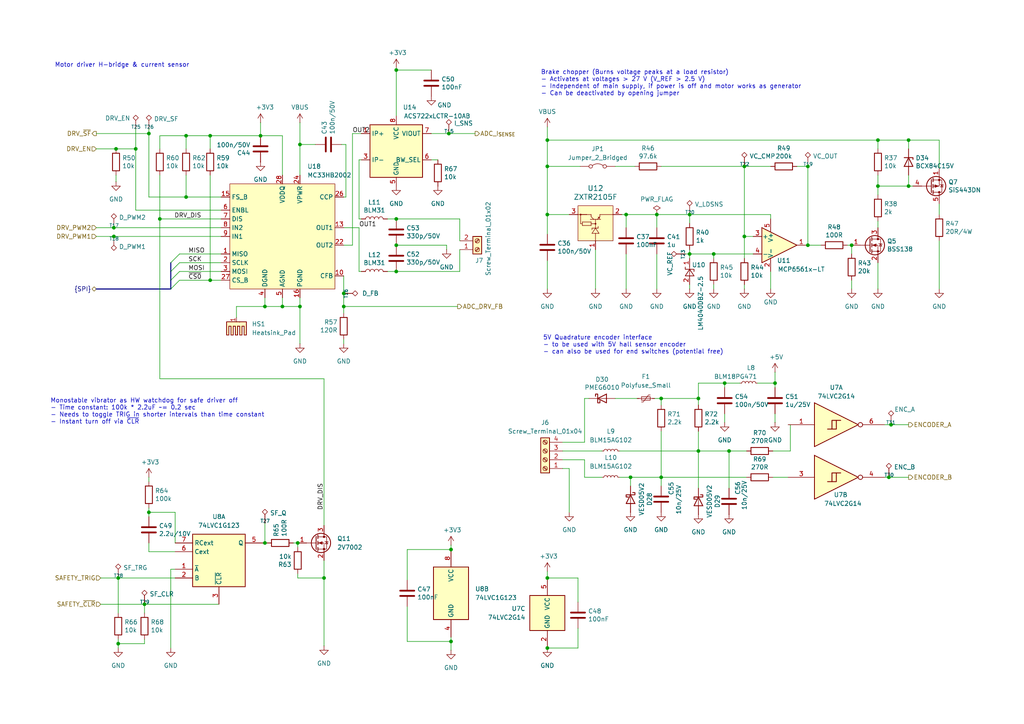
<source format=kicad_sch>
(kicad_sch (version 20250114) (generator "eeschema") (generator_version "9.0")
  (paper "A4")
  (title_block (title "HODOR (Highly flexible Open-source Door Operation Regulator)") (date "2025-02-21") (rev "00") (company "smartintech.de"))
  (bus_alias "SPI" (members "MISO" "MOSI" "~{CS0}" "SCK" "~{CS1}"))
  (text "Brake chopper (Burns voltage peaks at a load resistor)\n- Activates at voltages > 27 V (V_REF > 2.5 V)\n- Independent of main supply, if power is off and motor works as generator\n- Can be deactivated by opening jumper" (at 156.845 27.94 0) (effects (font (size 1.27 1.27)) (justify left bottom)))
  (text "5V Quadrature encoder interface\n- to be used with 5V hall sensor encoder\n- can also be used for end switches (potential free)" (at 157.48 102.87 0) (effects (font (size 1.27 1.27)) (justify left bottom)))
  (text "Motor driver H-bridge & current sensor" (at 15.875 19.685 0) (effects (font (size 1.27 1.27)) (justify left bottom)))
  (text "Monostable vibrator as HW watchdog for safe driver off\n- Time constant: 100k * 2.2uF ~= 0.2 sec\n- Needs to toggle TRIG in shorter intervals than time constant\n- Instant turn off via ~{CLR}" (at 14.605 123.19 0) (effects (font (size 1.27 1.27)) (justify left bottom)))
  (junction (at 181.61 62.23))
  (junction (at 210.185 111.125))
  (junction (at 182.88 138.43))
  (junction (at 247.015 71.12))
  (junction (at 130.175 38.735))
  (junction (at 53.975 57.15))
  (junction (at 263.525 53.975))
  (junction (at 33.655 43.18))
  (junction (at 93.98 167.64))
  (junction (at 39.37 43.18))
  (junction (at 34.29 186.69))
  (junction (at 215.9 68.58))
  (junction (at 86.995 41.91))
  (junction (at 60.96 39.37))
  (junction (at 99.695 85.09))
  (junction (at 200.025 73.66))
  (junction (at 41.91 175.26))
  (junction (at 75.565 39.37))
  (junction (at 81.915 88.9))
  (junction (at 263.525 40.64))
  (junction (at 158.75 167.64))
  (junction (at 130.81 159.385))
  (junction (at 224.79 111.125))
  (junction (at 234.315 48.26))
  (junction (at 234.315 71.12))
  (junction (at 258.445 123.19))
  (junction (at 33.02 66.04))
  (junction (at 158.75 40.64))
  (junction (at 254.635 40.64))
  (junction (at 53.975 39.37))
  (junction (at 46.355 63.5))
  (junction (at 257.81 138.43))
  (junction (at 130.81 186.055))
  (junction (at 207.01 73.66))
  (junction (at 34.29 167.64))
  (junction (at 114.935 71.12))
  (junction (at 158.75 62.23))
  (junction (at 76.835 88.9))
  (junction (at 86.36 157.48))
  (junction (at 202.565 130.81))
  (junction (at 190.5 62.23))
  (junction (at 60.96 81.28))
  (junction (at 191.77 115.57))
  (junction (at 114.935 63.5))
  (junction (at 158.75 187.96))
  (junction (at 191.77 138.43))
  (junction (at 158.75 48.26))
  (junction (at 43.18 38.735))
  (junction (at 76.835 157.48))
  (junction (at 33.02 68.58))
  (junction (at 43.18 148.59))
  (junction (at 202.565 115.57))
  (junction (at 99.695 88.9))
  (junction (at 254.635 53.975))
  (junction (at 200.025 62.23))
  (junction (at 114.935 78.74))
  (junction (at 114.935 20.32))
  (junction (at 211.455 130.81))
  (junction (at 86.995 88.9))
  (junction (at 215.9 48.26))
  (bus_entry (at 49.53 76.2) (size 2.54 -2.54))
  (bus_entry (at 49.53 81.28) (size 2.54 -2.54))
  (bus_entry (at 49.53 78.74) (size 2.54 -2.54))
  (bus_entry (at 49.53 83.82) (size 2.54 -2.54))
  (wire (pts (xy 104.775 38.735) (xy 102.235 38.735)))
  (wire (pts (xy 189.865 115.57) (xy 191.77 115.57)))
  (wire (pts (xy 191.77 138.43) (xy 191.77 140.97)))
  (wire (pts (xy 272.415 59.055) (xy 272.415 62.23)))
  (wire (pts (xy 39.37 37.465) (xy 39.37 43.18)))
  (wire (pts (xy 104.14 63.5) (xy 104.775 63.5)))
  (wire (pts (xy 158.75 67.945) (xy 158.75 62.23)))
  (wire (pts (xy 34.29 186.69) (xy 34.29 187.96)))
  (wire (pts (xy 272.415 69.85) (xy 272.415 83.82)))
  (wire (pts (xy 190.5 62.23) (xy 200.025 62.23)))
  (wire (pts (xy 169.545 138.43) (xy 174.625 138.43)))
  (wire (pts (xy 86.36 166.37) (xy 86.36 167.64)))
  (wire (pts (xy 86.995 41.91) (xy 86.995 50.8)))
  (wire (pts (xy 86.995 88.9) (xy 81.915 88.9)))
  (wire (pts (xy 60.96 39.37) (xy 60.96 43.18)))
  (wire (pts (xy 102.235 71.12) (xy 99.695 71.12)))
  (wire (pts (xy 52.07 78.74) (xy 64.135 78.74)))
  (wire (pts (xy 172.72 72.39) (xy 172.72 83.82)))
  (wire (pts (xy 53.975 39.37) (xy 46.355 39.37)))
  (wire (pts (xy 53.975 39.37) (xy 53.975 43.18)))
  (wire (pts (xy 53.975 50.8) (xy 53.975 57.15)))
  (wire (pts (xy 81.915 86.36) (xy 81.915 88.9)))
  (wire (pts (xy 52.07 73.66) (xy 64.135 73.66)))
  (wire (pts (xy 60.96 39.37) (xy 75.565 39.37)))
  (wire (pts (xy 169.545 133.35) (xy 169.545 138.43)))
  (wire (pts (xy 207.01 83.82) (xy 207.01 82.55)))
  (wire (pts (xy 130.81 186.055) (xy 130.81 188.595)))
  (wire (pts (xy 210.185 112.395) (xy 210.185 111.125)))
  (wire (pts (xy 43.18 57.15) (xy 43.18 38.735)))
  (wire (pts (xy 223.52 62.23) (xy 223.52 63.5)))
  (wire (pts (xy 46.355 109.855) (xy 46.355 63.5)))
  (wire (pts (xy 104.14 78.74) (xy 104.775 78.74)))
  (wire (pts (xy 114.935 63.5) (xy 133.35 63.5)))
  (wire (pts (xy 50.8 165.1) (xy 49.53 165.1)))
  (wire (pts (xy 125.095 46.355) (xy 127 46.355)))
  (wire (pts (xy 75.565 39.37) (xy 81.915 39.37)))
  (wire (pts (xy 200.025 64.77) (xy 200.025 62.23)))
  (wire (pts (xy 112.395 78.74) (xy 114.935 78.74)))
  (wire (pts (xy 93.98 167.64) (xy 86.36 167.64)))
  (wire (pts (xy 229.235 123.19) (xy 229.235 130.81)))
  (wire (pts (xy 190.5 73.66) (xy 190.5 83.82)))
  (wire (pts (xy 169.545 115.57) (xy 169.545 128.27)))
  (wire (pts (xy 118.11 186.055) (xy 118.11 175.895)))
  (wire (pts (xy 76.835 157.48) (xy 77.47 157.48)))
  (wire (pts (xy 29.21 175.26) (xy 41.91 175.26)))
  (wire (pts (xy 158.75 167.64) (xy 167.64 167.64)))
  (wire (pts (xy 50.8 160.02) (xy 43.18 160.02)))
  (wire (pts (xy 104.14 66.04) (xy 104.14 78.74)))
  (wire (pts (xy 133.35 69.85) (xy 133.35 63.5)))
  (wire (pts (xy 43.18 37.465) (xy 43.18 38.735)))
  (wire (pts (xy 39.37 43.18) (xy 39.37 60.96)))
  (wire (pts (xy 50.8 157.48) (xy 50.8 148.59)))
  (wire (pts (xy 99.695 80.01) (xy 99.695 85.09)))
  (wire (pts (xy 158.75 165.735) (xy 158.75 167.64)))
  (wire (pts (xy 99.695 57.15) (xy 100.33 57.15)))
  (wire (pts (xy 167.64 187.96) (xy 158.75 187.96)))
  (wire (pts (xy 229.235 130.81) (xy 224.155 130.81)))
  (wire (pts (xy 158.75 48.26) (xy 158.75 40.64)))
  (wire (pts (xy 224.79 107.95) (xy 224.79 111.125)))
  (wire (pts (xy 41.91 175.26) (xy 63.5 175.26)))
  (wire (pts (xy 158.75 83.82) (xy 158.75 75.565)))
  (wire (pts (xy 46.355 50.8) (xy 46.355 63.5)))
  (wire (pts (xy 158.75 62.23) (xy 165.1 62.23)))
  (wire (pts (xy 46.355 63.5) (xy 64.135 63.5)))
  (wire (pts (xy 104.14 66.04) (xy 99.695 66.04)))
  (wire (pts (xy 207.01 73.66) (xy 207.01 74.93)))
  (wire (pts (xy 99.695 88.9) (xy 132.715 88.9)))
  (wire (pts (xy 99.695 88.9) (xy 99.695 90.805)))
  (wire (pts (xy 191.77 138.43) (xy 216.535 138.43)))
  (wire (pts (xy 179.705 130.81) (xy 202.565 130.81)))
  (wire (pts (xy 245.745 71.12) (xy 247.015 71.12)))
  (wire (pts (xy 215.9 68.58) (xy 215.9 48.26)))
  (wire (pts (xy 114.935 20.32) (xy 114.935 19.685)))
  (wire (pts (xy 229.235 123.19) (xy 228.6 123.19)))
  (wire (pts (xy 233.68 71.12) (xy 234.315 71.12)))
  (wire (pts (xy 33.02 68.58) (xy 64.135 68.58)))
  (wire (pts (xy 254.635 66.04) (xy 254.635 64.135)))
  (wire (pts (xy 133.35 72.39) (xy 133.35 78.74)))
  (wire (pts (xy 202.565 130.81) (xy 202.565 141.605)))
  (wire (pts (xy 29.21 167.64) (xy 34.29 167.64)))
  (wire (pts (xy 34.29 167.64) (xy 34.29 177.8)))
  (wire (pts (xy 93.98 162.56) (xy 93.98 167.64)))
  (wire (pts (xy 86.995 99.695) (xy 86.995 88.9)))
  (wire (pts (xy 33.655 43.18) (xy 39.37 43.18)))
  (wire (pts (xy 130.81 184.785) (xy 130.81 186.055)))
  (wire (pts (xy 60.96 81.28) (xy 64.135 81.28)))
  (wire (pts (xy 264.795 53.975) (xy 263.525 53.975)))
  (wire (pts (xy 190.5 62.23) (xy 190.5 66.04)))
  (wire (pts (xy 224.79 111.125) (xy 224.79 112.395)))
  (wire (pts (xy 218.44 68.58) (xy 215.9 68.58)))
  (wire (pts (xy 27.94 68.58) (xy 33.02 68.58)))
  (wire (pts (xy 60.96 39.37) (xy 53.975 39.37)))
  (wire (pts (xy 33.655 43.18) (xy 27.94 43.18)))
  (wire (pts (xy 165.1 135.89) (xy 163.195 135.89)))
  (wire (pts (xy 181.61 73.66) (xy 181.61 83.82)))
  (wire (pts (xy 228.6 138.43) (xy 224.155 138.43)))
  (wire (pts (xy 93.98 109.855) (xy 46.355 109.855)))
  (wire (pts (xy 224.79 120.015) (xy 224.79 122.555)))
  (wire (pts (xy 43.18 160.02) (xy 43.18 157.48)))
  (wire (pts (xy 215.9 83.82) (xy 215.9 82.55)))
  (wire (pts (xy 182.88 138.43) (xy 182.88 140.97)))
  (wire (pts (xy 129.54 71.12) (xy 129.54 72.39)))
  (wire (pts (xy 53.975 57.15) (xy 43.18 57.15)))
  (wire (pts (xy 210.185 120.015) (xy 210.185 122.555)))
  (wire (pts (xy 100.33 57.15) (xy 100.33 41.91)))
  (wire (pts (xy 76.835 151.765) (xy 76.835 157.48)))
  (wire (pts (xy 191.77 48.26) (xy 215.9 48.26)))
  (wire (pts (xy 93.98 109.855) (xy 93.98 152.4)))
  (wire (pts (xy 200.025 73.66) (xy 198.755 73.66)))
  (wire (pts (xy 158.75 62.23) (xy 158.75 48.26)))
  (wire (pts (xy 254.635 50.8) (xy 254.635 53.975)))
  (wire (pts (xy 112.395 63.5) (xy 114.935 63.5)))
  (wire (pts (xy 191.77 115.57) (xy 202.565 115.57)))
  (wire (pts (xy 219.71 111.125) (xy 224.79 111.125)))
  (wire (pts (xy 254.635 53.975) (xy 263.525 53.975)))
  (wire (pts (xy 33.655 50.8) (xy 33.655 52.705)))
  (wire (pts (xy 254.635 43.18) (xy 254.635 40.64)))
  (wire (pts (xy 181.61 62.23) (xy 180.34 62.23)))
  (wire (pts (xy 165.1 148.59) (xy 165.1 135.89)))
  (wire (pts (xy 49.53 187.96) (xy 49.53 165.1)))
  (wire (pts (xy 86.995 86.36) (xy 86.995 88.9)))
  (wire (pts (xy 202.565 111.125) (xy 210.185 111.125)))
  (wire (pts (xy 247.015 81.28) (xy 247.015 83.82)))
  (wire (pts (xy 50.8 167.64) (xy 34.29 167.64)))
  (wire (pts (xy 33.02 66.04) (xy 64.135 66.04)))
  (wire (pts (xy 256.54 138.43) (xy 257.81 138.43)))
  (wire (pts (xy 202.565 130.81) (xy 211.455 130.81)))
  (wire (pts (xy 114.935 71.12) (xy 129.54 71.12)))
  (wire (pts (xy 125.095 38.735) (xy 130.175 38.735)))
  (wire (pts (xy 130.175 38.735) (xy 137.795 38.735)))
  (wire (pts (xy 272.415 40.64) (xy 263.525 40.64)))
  (wire (pts (xy 257.81 138.43) (xy 263.525 138.43)))
  (wire (pts (xy 60.96 50.8) (xy 60.96 81.28)))
  (wire (pts (xy 200.025 83.82) (xy 200.025 82.55)))
  (wire (pts (xy 34.29 185.42) (xy 34.29 186.69)))
  (wire (pts (xy 100.33 41.91) (xy 99.06 41.91)))
  (wire (pts (xy 99.695 98.425) (xy 99.695 99.695)))
  (wire (pts (xy 93.98 167.64) (xy 93.98 187.325)))
  (wire (pts (xy 68.58 92.075) (xy 68.58 88.9)))
  (wire (pts (xy 210.185 111.125) (xy 214.63 111.125)))
  (wire (pts (xy 104.14 46.355) (xy 104.14 63.5)))
  (bus (pts (xy 27.94 83.82) (xy 49.53 83.82)))
  (wire (pts (xy 52.07 76.2) (xy 64.135 76.2)))
  (wire (pts (xy 50.8 148.59) (xy 43.18 148.59)))
  (wire (pts (xy 181.61 62.23) (xy 181.61 66.04)))
  (wire (pts (xy 191.77 115.57) (xy 191.77 117.475)))
  (wire (pts (xy 130.81 186.055) (xy 118.11 186.055)))
  (wire (pts (xy 202.565 111.125) (xy 202.565 115.57)))
  (wire (pts (xy 85.09 157.48) (xy 86.36 157.48)))
  (wire (pts (xy 254.635 76.2) (xy 254.635 83.82)))
  (wire (pts (xy 256.54 123.19) (xy 258.445 123.19)))
  (wire (pts (xy 167.64 174.625) (xy 167.64 167.64)))
  (wire (pts (xy 211.455 130.81) (xy 216.535 130.81)))
  (wire (pts (xy 46.355 43.18) (xy 46.355 39.37)))
  (wire (pts (xy 158.75 40.64) (xy 254.635 40.64)))
  (wire (pts (xy 118.11 159.385) (xy 130.81 159.385)))
  (wire (pts (xy 254.635 56.515) (xy 254.635 53.975)))
  (wire (pts (xy 114.935 20.32) (xy 125.095 20.32)))
  (wire (pts (xy 43.18 149.86) (xy 43.18 148.59)))
  (wire (pts (xy 200.025 62.23) (xy 223.52 62.23)))
  (wire (pts (xy 263.525 50.8) (xy 263.525 53.975)))
  (bus (pts (xy 49.53 81.28) (xy 49.53 83.82)))
  (wire (pts (xy 81.915 39.37) (xy 81.915 50.8)))
  (wire (pts (xy 76.835 88.9) (xy 76.835 86.36)))
  (wire (pts (xy 39.37 60.96) (xy 64.135 60.96)))
  (bus (pts (xy 49.53 78.74) (xy 49.53 81.28)))
  (wire (pts (xy 234.315 71.12) (xy 234.315 48.26)))
  (wire (pts (xy 200.025 73.66) (xy 200.025 72.39)))
  (wire (pts (xy 191.77 125.095) (xy 191.77 138.43)))
  (wire (pts (xy 179.705 138.43) (xy 182.88 138.43)))
  (wire (pts (xy 215.9 48.26) (xy 223.52 48.26)))
  (wire (pts (xy 158.75 36.83) (xy 158.75 40.64)))
  (wire (pts (xy 247.015 71.12) (xy 247.015 73.66)))
  (wire (pts (xy 27.94 66.04) (xy 33.02 66.04)))
  (wire (pts (xy 169.545 128.27) (xy 163.195 128.27)))
  (wire (pts (xy 41.91 186.69) (xy 41.91 185.42)))
  (wire (pts (xy 114.935 20.32) (xy 114.935 33.655)))
  (wire (pts (xy 200.025 74.93) (xy 200.025 73.66)))
  (wire (pts (xy 81.915 88.9) (xy 76.835 88.9)))
  (wire (pts (xy 181.61 62.23) (xy 190.5 62.23)))
  (bus (pts (xy 49.53 76.2) (xy 49.53 78.74)))
  (wire (pts (xy 34.29 186.69) (xy 41.91 186.69)))
  (wire (pts (xy 234.315 71.12) (xy 238.125 71.12)))
  (wire (pts (xy 263.525 40.64) (xy 263.525 43.18)))
  (wire (pts (xy 43.18 148.59) (xy 43.18 147.32)))
  (wire (pts (xy 207.01 73.66) (xy 200.025 73.66)))
  (wire (pts (xy 104.775 46.355) (xy 104.14 46.355)))
  (wire (pts (xy 218.44 73.66) (xy 207.01 73.66)))
  (wire (pts (xy 254.635 40.64) (xy 263.525 40.64)))
  (wire (pts (xy 27.94 38.735) (xy 43.18 38.735)))
  (wire (pts (xy 202.565 115.57) (xy 202.565 117.475)))
  (wire (pts (xy 86.36 157.48) (xy 86.36 158.75)))
  (wire (pts (xy 41.91 175.26) (xy 41.91 177.8)))
  (wire (pts (xy 169.545 115.57) (xy 170.815 115.57)))
  (wire (pts (xy 43.18 138.43) (xy 43.18 139.7)))
  (wire (pts (xy 114.935 78.74) (xy 133.35 78.74)))
  (wire (pts (xy 234.315 48.26) (xy 231.14 48.26)))
  (wire (pts (xy 163.195 133.35) (xy 169.545 133.35)))
  (wire (pts (xy 64.135 57.15) (xy 53.975 57.15)))
  (wire (pts (xy 86.995 35.56) (xy 86.995 41.91)))
  (wire (pts (xy 102.235 38.735) (xy 102.235 71.12)))
  (wire (pts (xy 76.2 157.48) (xy 76.835 157.48)))
  (wire (pts (xy 68.58 88.9) (xy 76.835 88.9)))
  (wire (pts (xy 52.07 81.28) (xy 60.96 81.28)))
  (wire (pts (xy 178.435 115.57) (xy 184.785 115.57)))
  (wire (pts (xy 118.11 168.275) (xy 118.11 159.385)))
  (wire (pts (xy 75.565 35.56) (xy 75.565 39.37)))
  (wire (pts (xy 158.75 48.26) (xy 168.275 48.26)))
  (wire (pts (xy 182.88 138.43) (xy 191.77 138.43)))
  (wire (pts (xy 163.195 130.81) (xy 174.625 130.81)))
  (wire (pts (xy 167.64 182.245) (xy 167.64 187.96)))
  (wire (pts (xy 130.81 158.115) (xy 130.81 159.385)))
  (wire (pts (xy 202.565 125.095) (xy 202.565 130.81)))
  (wire (pts (xy 272.415 40.64) (xy 272.415 48.895)))
  (wire (pts (xy 223.52 78.74) (xy 223.52 83.82)))
  (wire (pts (xy 211.455 130.81) (xy 211.455 141.605)))
  (wire (pts (xy 258.445 123.19) (xy 263.525 123.19)))
  (wire (pts (xy 215.9 68.58) (xy 215.9 74.93)))
  (wire (pts (xy 99.695 85.09) (xy 99.695 88.9)))
  (wire (pts (xy 178.435 48.26) (xy 184.15 48.26)))
  (wire (pts (xy 86.995 41.91) (xy 91.44 41.91)))
  (label "OUT2" (at 102.235 38.735 0))
  (label "DRV_DIS" (at 93.98 147.955 90))
  (label "MOSI" (at 54.61 78.74 0))
  (label "SCK" (at 54.61 76.2 0))
  (label "~{CS0}" (at 54.61 81.28 0))
  (label "DRV_DIS" (at 58.42 63.5 180))
  (label "OUT1" (at 104.14 66.04 0))
  (label "MISO" (at 54.61 73.66 0))
  (hierarchical_label "ADC_DRV_FB" (shape output) (at 132.715 88.9 0))
  (hierarchical_label "SAFETY_TRIG" (shape input) (at 29.21 167.64 180))
  (hierarchical_label "DRV_PWM1" (shape input) (at 27.94 68.58 180))
  (hierarchical_label "DRV_~{SF}" (shape output) (at 27.94 38.735 180))
  (hierarchical_label "{SPI}" (shape bidirectional) (at 27.94 83.82 180))
  (hierarchical_label "SAFETY_~{CLR}" (shape input) (at 29.21 175.26 180))
  (hierarchical_label "ENCODER_A" (shape output) (at 263.525 123.19 0))
  (hierarchical_label "DRV_EN" (shape input) (at 27.94 43.18 180))
  (hierarchical_label "DRV_PWM2" (shape input) (at 27.94 66.04 180))
  (hierarchical_label "ENCODER_B" (shape output) (at 263.525 138.43 0))
  (hierarchical_label "ADC_I_{SENSE}" (shape output) (at 137.795 38.735 0))
  (symbol (lib_id "Device:D_Schottky") (at 174.625 115.57 0) (unit 1)
    (property "Reference" "D30" (at 174.625 110.0582 0))
    (property "Value" "PMEG6010" (at 174.625 112.3696 0))
    (property "Footprint" "Diode_SMD:D_SOD-123F" (effects (hide yes)))
    (property "Description" "Schottky diode" (effects (hide yes)))
  )
  (symbol (lib_id "Device:C") (at 210.185 116.205 0) (unit 1)
    (property "Reference" "C54" (at 213.106 115.0366 0) (effects (justify left)))
    (property "Value" "100n/50V" (at 213.106 117.348 0) (effects (justify left)))
    (property "Footprint" "Capacitor_SMD:C_0603_1608Metric" (effects (hide yes)))
    (property "Description" "Unpolarized capacitor" (effects (hide yes)))
  )
  (symbol (lib_id "Device:C") (at 224.79 116.205 0) (unit 1)
    (property "Reference" "C51" (at 227.711 115.0366 0) (effects (justify left)))
    (property "Value" "1u/25V" (at 227.711 117.348 0) (effects (justify left)))
    (property "Footprint" "Capacitor_SMD:C_0603_1608Metric" (effects (hide yes)))
    (property "Description" "Unpolarized capacitor" (effects (hide yes)))
  )
  (symbol (lib_id "power:+5V") (at 224.79 107.95 0) (unit 1)
    (property "Reference" "#PWR053" (effects (hide yes)))
    (property "Value" "+5V" (at 225.171 103.5558 0))
    (property "Description" "Power symbol creates a global label with name \"+5V\"" (effects (hide yes)))
  )
  (symbol (lib_id "Device:D_Schottky") (at 202.565 145.415 270) (unit 1)
    (property "Reference" "D29" (at 208.0768 145.415 0))
    (property "Value" "VESD05V2" (at 205.7654 145.415 0))
    (property "Footprint" "Diode_SMD:D_SOD-523" (effects (hide yes)))
    (property "Description" "Schottky diode" (effects (hide yes)))
  )
  (symbol (lib_id "Device:D_Schottky") (at 182.88 144.78 270) (unit 1)
    (property "Reference" "D28" (at 188.3918 144.78 0))
    (property "Value" "VESD05V2" (at 186.0804 144.78 0))
    (property "Footprint" "Diode_SMD:D_SOD-523" (effects (hide yes)))
    (property "Description" "Schottky diode" (effects (hide yes)))
  )
  (symbol (lib_id "Device:R") (at 191.77 121.285 0) (unit 1)
    (property "Reference" "R71" (at 193.548 120.1166 0) (effects (justify left)))
    (property "Value" "2.2k" (at 193.548 122.428 0) (effects (justify left)))
    (property "Footprint" "Resistor_SMD:R_0402_1005Metric" (effects (hide yes)))
    (property "Description" "Resistor" (effects (hide yes)))
  )
  (symbol (lib_id "Device:R") (at 202.565 121.285 0) (unit 1)
    (property "Reference" "R72" (at 204.343 120.1166 0) (effects (justify left)))
    (property "Value" "2.2k" (at 204.343 122.428 0) (effects (justify left)))
    (property "Footprint" "Resistor_SMD:R_0402_1005Metric" (effects (hide yes)))
    (property "Description" "Resistor" (effects (hide yes)))
  )
  (symbol (lib_id "Device:R") (at 220.345 130.81 90) (unit 1)
    (property "Reference" "R70" (at 220.345 125.5522 90))
    (property "Value" "270R" (at 220.345 127.8636 90))
    (property "Footprint" "Resistor_SMD:R_0402_1005Metric" (effects (hide yes)))
    (property "Description" "Resistor" (effects (hide yes)))
  )
  (symbol (lib_id "Device:R") (at 220.345 138.43 90) (unit 1)
    (property "Reference" "R69" (at 220.345 133.1722 90))
    (property "Value" "270R" (at 220.345 135.4836 90))
    (property "Footprint" "Resistor_SMD:R_0402_1005Metric" (effects (hide yes)))
    (property "Description" "Resistor" (effects (hide yes)))
  )
  (symbol (lib_id "Device:C") (at 211.455 145.415 0) (unit 1)
    (property "Reference" "C56" (at 213.995 143.51 90) (effects (justify left)))
    (property "Value" "10n/25V" (at 215.9 147.955 90) (effects (justify left)))
    (property "Footprint" "Capacitor_SMD:C_0402_1005Metric" (effects (hide yes)))
    (property "Description" "Unpolarized capacitor" (effects (hide yes)))
  )
  (symbol (lib_id "Device:C") (at 191.77 144.78 0) (unit 1)
    (property "Reference" "C55" (at 194.691 143.6116 90) (effects (justify left)))
    (property "Value" "10n/25V" (at 196.85 149.225 90) (effects (justify left)))
    (property "Footprint" "Capacitor_SMD:C_0402_1005Metric" (effects (hide yes)))
    (property "Description" "Unpolarized capacitor" (effects (hide yes)))
  )
  (symbol (lib_id "Device:R") (at 33.655 46.99 0) (unit 1)
    (property "Reference" "R50" (at 35.433 45.8216 0) (effects (justify left)))
    (property "Value" "10k" (at 35.433 48.133 0) (effects (justify left)))
    (property "Footprint" "Resistor_SMD:R_0402_1005Metric" (effects (hide yes)))
    (property "Description" "Resistor" (effects (hide yes)))
  )
  (symbol (lib_id "Device:R") (at 60.96 46.99 0) (unit 1)
    (property "Reference" "R59" (at 62.738 45.8216 0) (effects (justify left)))
    (property "Value" "10k" (at 62.738 48.133 0) (effects (justify left)))
    (property "Footprint" "Resistor_SMD:R_0402_1005Metric" (effects (hide yes)))
    (property "Description" "Resistor" (effects (hide yes)))
  )
  (symbol (lib_id "Device:C") (at 167.64 178.435 0) (unit 1)
    (property "Reference" "C48" (at 170.561 177.2666 0) (effects (justify left)))
    (property "Value" "100nF" (at 170.561 179.578 0) (effects (justify left)))
    (property "Footprint" "Capacitor_SMD:C_0402_1005Metric" (effects (hide yes)))
    (property "Description" "Unpolarized capacitor" (effects (hide yes)))
  )
  (symbol (lib_id "Device:R") (at 99.695 94.615 0) (mirror y) (unit 1)
    (property "Reference" "R57" (at 97.917 93.4466 0) (effects (justify left)))
    (property "Value" "120R" (at 97.917 95.758 0) (effects (justify left)))
    (property "Footprint" "Resistor_SMD:R_0603_1608Metric" (effects (hide yes)))
    (property "Description" "Resistor" (effects (hide yes)))
  )
  (symbol (lib_id "Device:C") (at 125.095 24.13 0) (unit 1)
    (property "Reference" "C50" (at 128.016 22.9616 0) (effects (justify left)))
    (property "Value" "100nF" (at 128.016 25.273 0) (effects (justify left)))
    (property "Footprint" "Capacitor_SMD:C_0402_1005Metric" (effects (hide yes)))
    (property "Description" "Unpolarized capacitor" (effects (hide yes)))
  )
  (symbol (lib_id "power:+3V3") (at 158.75 165.735 0) (unit 1)
    (property "Reference" "#PWR056" (effects (hide yes)))
    (property "Value" "+3V3" (at 159.131 161.3408 0))
    (property "Description" "Power symbol creates a global label with name \"+3V3\"" (effects (hide yes)))
  )
  (symbol (lib_id "Device:C") (at 114.935 67.31 0) (unit 1)
    (property "Reference" "C53" (at 117.856 66.1416 0) (effects (justify left)))
    (property "Value" "330p/50V" (at 117.856 68.453 0) (effects (justify left)))
    (property "Footprint" "Capacitor_SMD:C_0603_1608Metric" (effects (hide yes)))
    (property "Description" "Unpolarized capacitor" (effects (hide yes)))
  )
  (symbol (lib_id "Device:C") (at 114.935 74.93 0) (unit 1)
    (property "Reference" "C52" (at 117.856 73.7616 0) (effects (justify left)))
    (property "Value" "330p/50V" (at 117.856 76.073 0) (effects (justify left)))
    (property "Footprint" "Capacitor_SMD:C_0603_1608Metric" (effects (hide yes)))
    (property "Description" "Unpolarized capacitor" (effects (hide yes)))
  )
  (symbol (lib_id "Device:C") (at 181.61 69.85 0) (unit 1)
    (property "Reference" "C37" (at 184.531 68.6816 0) (effects (justify left)))
    (property "Value" "100nF" (at 184.531 70.993 0) (effects (justify left)))
    (property "Footprint" "Capacitor_SMD:C_0402_1005Metric" (effects (hide yes)))
    (property "Description" "Unpolarized capacitor" (effects (hide yes)))
  )
  (symbol (lib_id "Device:R") (at 200.025 68.58 0) (unit 1)
    (property "Reference" "R40" (at 201.803 67.4116 0) (effects (justify left)))
    (property "Value" "1k" (at 201.803 69.723 0) (effects (justify left)))
    (property "Footprint" "Resistor_SMD:R_0402_1005Metric" (effects (hide yes)))
    (property "Description" "Resistor" (effects (hide yes)))
  )
  (symbol (lib_id "Device:R") (at 227.33 48.26 270) (unit 1)
    (property "Reference" "R49" (at 227.33 43.0022 90))
    (property "Value" "200k" (at 227.33 45.3136 90))
    (property "Footprint" "Resistor_SMD:R_0402_1005Metric" (effects (hide yes)))
    (property "Description" "Resistor" (effects (hide yes)))
  )
  (symbol (lib_id "Device:R") (at 241.935 71.12 270) (unit 1)
    (property "Reference" "R48" (at 241.935 65.8622 90))
    (property "Value" "100R" (at 241.935 68.1736 90))
    (property "Footprint" "Resistor_SMD:R_0402_1005Metric" (effects (hide yes)))
    (property "Description" "Resistor" (effects (hide yes)))
  )
  (symbol (lib_id "Device:R") (at 247.015 77.47 180) (unit 1)
    (property "Reference" "R43" (at 248.793 76.3016 0) (effects (justify right)))
    (property "Value" "20k" (at 248.793 78.613 0) (effects (justify right)))
    (property "Footprint" "Resistor_SMD:R_0402_1005Metric" (effects (hide yes)))
    (property "Description" "Resistor" (effects (hide yes)))
  )
  (symbol (lib_id "Device:R") (at 215.9 78.74 0) (unit 1)
    (property "Reference" "R44" (at 217.678 77.5716 0) (effects (justify left)))
    (property "Value" "10k" (at 217.678 79.883 0) (effects (justify left)))
    (property "Footprint" "Resistor_SMD:R_0402_1005Metric" (effects (hide yes)))
    (property "Description" "Resistor" (effects (hide yes)))
  )
  (symbol (lib_id "Transistor_FET:BSS138") (at 252.095 71.12 0) (unit 1)
    (property "Reference" "Q5" (at 257.2766 69.9516 0) (effects (justify left)))
    (property "Value" "BSS138" (at 257.2766 72.263 0) (effects (justify left)))
    (property "Footprint" "Package_TO_SOT_SMD:SOT-23" (effects (hide yes)))
    (property "Datasheet" "https://www.onsemi.com/pub/Collateral/BSS138-D.PDF" (effects (hide yes)))
    (property "Description" "50V Vds, 0.22A Id, N-Channel MOSFET, SOT-23" (effects (hide yes)))
  )
  (symbol (lib_id "Device:R") (at 254.635 60.325 0) (unit 1)
    (property "Reference" "R38" (at 256.413 59.1566 0) (effects (justify left)))
    (property "Value" "2k" (at 256.413 61.468 0) (effects (justify left)))
    (property "Footprint" "Resistor_SMD:R_0805_2012Metric" (effects (hide yes)))
    (property "Description" "Resistor" (effects (hide yes)))
  )
  (symbol (lib_id "Device:R") (at 254.635 46.99 0) (unit 1)
    (property "Reference" "R37" (at 256.413 45.8216 0) (effects (justify left)))
    (property "Value" "10k" (at 256.413 48.133 0) (effects (justify left)))
    (property "Footprint" "Resistor_SMD:R_0402_1005Metric" (effects (hide yes)))
    (property "Description" "Resistor" (effects (hide yes)))
  )
  (symbol (lib_id "Device:C") (at 158.75 71.755 0) (unit 1)
    (property "Reference" "C36" (at 161.671 70.5866 0) (effects (justify left)))
    (property "Value" "100n/50V" (at 161.671 72.898 0) (effects (justify left)))
    (property "Footprint" "Capacitor_SMD:C_0603_1608Metric" (effects (hide yes)))
    (property "Description" "Unpolarized capacitor" (effects (hide yes)))
  )
  (symbol (lib_id "Device:R") (at 187.96 48.26 270) (unit 1)
    (property "Reference" "R46" (at 187.96 43.0022 90))
    (property "Value" "97.6k" (at 187.96 45.3136 90))
    (property "Footprint" "Resistor_SMD:R_0402_1005Metric" (effects (hide yes)))
    (property "Description" "Resistor" (effects (hide yes)))
  )
  (symbol (lib_id "Device:R") (at 272.415 66.04 0) (unit 1)
    (property "Reference" "R47" (at 274.193 64.8716 0) (effects (justify left)))
    (property "Value" "20R/4W" (at 274.193 67.183 0) (effects (justify left)))
    (property "Footprint" "Resistor_SMD:R_2816_7142Metric" (effects (hide yes)))
    (property "Description" "Resistor" (effects (hide yes)))
  )
  (symbol (lib_id "Device:R") (at 127 50.165 0) (unit 1)
    (property "Reference" "R67" (at 128.778 48.9966 0) (effects (justify left)))
    (property "Value" "10k" (at 128.778 51.308 0) (effects (justify left)))
    (property "Footprint" "Resistor_SMD:R_0402_1005Metric" (effects (hide yes)))
    (property "Description" "Resistor" (effects (hide yes)))
  )
  (symbol (lib_id "Device:C") (at 118.11 172.085 0) (unit 1)
    (property "Reference" "C47" (at 121.031 170.9166 0) (effects (justify left)))
    (property "Value" "100nF" (at 121.031 173.228 0) (effects (justify left)))
    (property "Footprint" "Capacitor_SMD:C_0402_1005Metric" (effects (hide yes)))
    (property "Description" "Unpolarized capacitor" (effects (hide yes)))
  )
  (symbol (lib_id "power:+3V3") (at 130.81 158.115 0) (unit 1)
    (property "Reference" "#PWR091" (effects (hide yes)))
    (property "Value" "+3V3" (at 131.191 153.7208 0))
    (property "Description" "Power symbol creates a global label with name \"+3V3\"" (effects (hide yes)))
  )
  (symbol (lib_id "Device:R") (at 43.18 143.51 0) (unit 1)
    (property "Reference" "R64" (at 44.958 142.3416 0) (effects (justify left)))
    (property "Value" "100k" (at 44.958 144.653 0) (effects (justify left)))
    (property "Footprint" "Resistor_SMD:R_0402_1005Metric" (effects (hide yes)))
    (property "Description" "Resistor" (effects (hide yes)))
  )
  (symbol (lib_id "Device:R") (at 34.29 181.61 0) (unit 1)
    (property "Reference" "R66" (at 36.068 180.4416 0) (effects (justify left)))
    (property "Value" "10k" (at 36.068 182.753 0) (effects (justify left)))
    (property "Footprint" "Resistor_SMD:R_0402_1005Metric" (effects (hide yes)))
    (property "Description" "Resistor" (effects (hide yes)))
  )
  (symbol (lib_id "Device:C") (at 43.18 153.67 0) (unit 1)
    (property "Reference" "C49" (at 46.101 152.5016 0) (effects (justify left)))
    (property "Value" "2.2u/10V" (at 46.101 154.813 0) (effects (justify left)))
    (property "Footprint" "Capacitor_SMD:C_0603_1608Metric" (effects (hide yes)))
    (property "Description" "Unpolarized capacitor" (effects (hide yes)))
  )
  (symbol (lib_id "power:+3V3") (at 43.18 138.43 0) (unit 1)
    (property "Reference" "#PWR090" (effects (hide yes)))
    (property "Value" "+3V3" (at 43.561 134.0358 0))
    (property "Description" "Power symbol creates a global label with name \"+3V3\"" (effects (hide yes)))
  )
  (symbol (lib_id "Device:R") (at 41.91 181.61 0) (unit 1)
    (property "Reference" "R68" (at 43.688 180.4416 0) (effects (justify left)))
    (property "Value" "10k" (at 43.688 182.753 0) (effects (justify left)))
    (property "Footprint" "Resistor_SMD:R_0402_1005Metric" (effects (hide yes)))
    (property "Description" "Resistor" (effects (hide yes)))
  )
  (symbol (lib_id "power:GND") (at 86.995 99.695 0) (unit 1)
    (property "Reference" "#PWR058" (effects (hide yes)))
    (property "Value" "GND" (at 86.995 104.775 0))
    (property "Description" "Power symbol creates a global label with name \"GND\" , ground" (effects (hide yes)))
  )
  (symbol (lib_id "Connector:TestPoint_Alt") (at 34.29 167.64 0) (mirror y) (unit 1) (in_bom no)
    (property "Reference" "T28" (at 35.7632 166.9796 0) (effects (font (size 0.9906 0.9906)) (justify left)))
    (property "Value" "SF_TRG" (at 35.7632 164.6682 0) (effects (justify right)))
    (property "Footprint" "TestPoint:TestPoint_Pad_D1.0mm" (effects (hide yes)))
    (property "Description" "test point (alternative shape)" (effects (hide yes)))
  )
  (symbol (lib_id "Sensor_Current:ACS722xLCTR-10AB") (at 114.935 43.815 0) (unit 1)
    (property "Reference" "U14" (at 116.84 31.115 0) (effects (justify left)))
    (property "Value" "ACS722xLCTR-10AB" (at 117.1291 33.655 0) (effects (justify left)))
    (property "Footprint" "Package_SO:SOIC-8_3.9x4.9mm_P1.27mm" (effects (hide yes)))
    (property "Datasheet" "http://www.allegromicro.com/~/media/Files/Datasheets/ACS722-Datasheet.ashx?la=en" (effects (hide yes)))
    (property "Description" "±10A Bidirectional Hall-Effect Current Sensor, +3.3V supply, 132mV/A, SOIC-8" (effects (hide yes)))
  )
  (symbol (lib_id "Connector:Screw_Terminal_01x02") (at 138.43 72.39 0) (mirror x) (unit 1)
    (property "Reference" "J7" (at 137.795 75.565 0) (effects (justify left)))
    (property "Value" "Screw_Terminal_01x02" (at 141.605 58.42 90) (effects (justify left)))
    (property "Footprint" "TerminalBlock_Phoenix:TerminalBlock_Phoenix_MKDS-1,5-2_1x02_P5.00mm_Horizontal" (effects (hide yes)))
    (property "Description" "Generic screw terminal, single row, 01x02, script generated (kicad-library-utils/schlib/autogen/connector/)" (effects (hide yes)))
  )
  (symbol (lib_id "Connector:TestPoint_Alt") (at 39.37 37.465 0) (mirror y) (unit 1) (in_bom no)
    (property "Reference" "T25" (at 40.8432 36.8046 0) (effects (font (size 0.9906 0.9906)) (justify left)))
    (property "Value" "DRV_EN" (at 30.48 34.29 0) (effects (justify right)))
    (property "Footprint" "TestPoint:TestPoint_Pad_D1.0mm" (effects (hide yes)))
    (property "Description" "test point (alternative shape)" (effects (hide yes)))
  )
  (symbol (lib_id "power:VBUS") (at 158.75 36.83 0) (unit 1)
    (property "Reference" "#PWR069" (effects (hide yes)))
    (property "Value" "VBUS" (at 158.75 32.385 0))
    (property "Description" "Power symbol creates a global label with name \"VBUS\"" (effects (hide yes)))
  )
  (symbol (lib_id "Connector:TestPoint_Alt") (at 200.025 62.23 0) (mirror y) (unit 1) (in_bom no)
    (property "Reference" "T20" (at 201.4982 61.5696 0) (effects (font (size 0.9906 0.9906)) (justify left)))
    (property "Value" "V_LDSNS" (at 201.4982 59.2582 0) (effects (justify right)))
    (property "Footprint" "TestPoint:TestPoint_Pad_D1.0mm" (effects (hide yes)))
    (property "Description" "test point (alternative shape)" (effects (hide yes)))
  )
  (symbol (lib_id "power:GND") (at 93.98 187.325 0) (unit 1)
    (property "Reference" "#PWR0109" (effects (hide yes)))
    (property "Value" "GND" (at 93.98 192.405 0))
    (property "Description" "Power symbol creates a global label with name \"GND\" , ground" (effects (hide yes)))
  )
  (symbol (lib_id "Reference_Voltage:LM4040DBZ-2.5") (at 200.025 78.74 90) (unit 1)
    (property "Reference" "U10" (at 200.66 76.835 90) (effects (justify right)))
    (property "Value" "LM4040DBZ-2.5" (at 203.2 80.0099 0) (effects (justify right)))
    (property "Footprint" "Package_TO_SOT_SMD:SOT-23" (effects (hide yes)))
    (property "Datasheet" "http://www.ti.com/lit/ds/symlink/lm4040-n.pdf" (effects (hide yes)))
    (property "Description" "2.500V Precision Micropower Shunt Voltage Reference, SOT-23" (effects (hide yes)))
  )
  (symbol (lib_id "hodor_custom_parts:ZXTR2105F") (at 172.72 64.77 0) (unit 1)
    (property "Reference" "U12" (at 172.72 54.61 0) (effects (font (size 1.4986 1.4986))))
    (property "Value" "ZXTR2105F" (at 172.72 57.15 0) (effects (font (size 1.4986 1.4986))))
    (property "Footprint" "Package_TO_SOT_SMD:SOT-23" (effects (hide yes)))
    (property "Datasheet" "https://www.diodes.com/part/view/ZXTR2105F" (effects (hide yes)))
    (property "Description" "60V to 5V, 30mA, Transistor regulator" (effects (hide yes)))
  )
  (symbol (lib_id "Device:L_Small") (at 217.17 111.125 90) (unit 1)
    (property "Reference" "L8" (at 217.805 106.68 90))
    (property "Value" "BLM18PG471" (at 213.36 109.22 90))
    (property "Footprint" "Inductor_SMD:L_0603_1608Metric" (effects (hide yes)))
    (property "Description" "Inductor, small symbol" (effects (hide yes)))
  )
  (symbol (lib_id "Device:R") (at 86.36 162.56 180) (unit 1)
    (property "Reference" "R63" (at 84.582 163.7284 0) (effects (justify left)))
    (property "Value" "10k" (at 84.582 161.417 0) (effects (justify left)))
    (property "Footprint" "Resistor_SMD:R_0402_1005Metric" (effects (hide yes)))
    (property "Description" "Resistor" (effects (hide yes)))
  )
  (symbol (lib_id "power:PWR_FLAG") (at 190.5 62.23 0) (unit 1)
    (property "Reference" "#FLG010" (effects (hide yes)))
    (property "Value" "PWR_FLAG" (at 190.5 57.785 0))
    (property "Description" "Special symbol for telling ERC where power comes from" (effects (hide yes)))
  )
  (symbol (lib_id "Jumper:Jumper_2_Bridged") (at 173.355 48.26 0) (unit 1) (in_bom no)
    (property "Reference" "JP1" (at 173.355 43.18 0))
    (property "Value" "Jumper_2_Bridged" (at 173.355 45.72 0))
    (property "Footprint" "Jumper:SolderJumper-2_P1.3mm_Bridged_Pad1.0x1.5mm" (effects (hide yes)))
    (property "Description" "Jumper, 2-pole, closed/bridged" (effects (hide yes)))
  )
  (symbol (lib_id "power:GND") (at 207.01 83.82 0) (unit 1)
    (property "Reference" "#PWR0147" (effects (hide yes)))
    (property "Value" "GND" (at 207.01 88.9 0))
    (property "Description" "Power symbol creates a global label with name \"GND\" , ground" (effects (hide yes)))
  )
  (symbol (lib_id "power:GND") (at 127 53.975 0) (unit 1)
    (property "Reference" "#PWR0129" (effects (hide yes)))
    (property "Value" "GND" (at 127 59.055 0))
    (property "Description" "Power symbol creates a global label with name \"GND\" , ground" (effects (hide yes)))
  )
  (symbol (lib_id "Connector:TestPoint_Alt") (at 33.02 68.58 180) (unit 1) (in_bom no)
    (property "Reference" "T18" (at 34.4932 69.2404 0) (effects (font (size 0.9906 0.9906)) (justify left)))
    (property "Value" "D_PWM1" (at 34.4932 71.5518 0) (effects (justify right)))
    (property "Footprint" "TestPoint:TestPoint_Pad_D1.0mm" (effects (hide yes)))
    (property "Description" "test point (alternative shape)" (effects (hide yes)))
  )
  (symbol (lib_id "power:GND") (at 75.565 46.99 0) (unit 1)
    (property "Reference" "#PWR0111" (effects (hide yes)))
    (property "Value" "GND" (at 75.565 52.07 0))
    (property "Description" "Power symbol creates a global label with name \"GND\" , ground" (effects (hide yes)))
  )
  (symbol (lib_id "power:GND") (at 247.015 83.82 0) (unit 1)
    (property "Reference" "#PWR0160" (effects (hide yes)))
    (property "Value" "GND" (at 247.015 88.9 0))
    (property "Description" "Power symbol creates a global label with name \"GND\" , ground" (effects (hide yes)))
  )
  (symbol (lib_id "Transistor_FET:Si1308EDL") (at 91.44 157.48 0) (unit 1)
    (property "Reference" "Q11" (at 97.79 156.2099 0) (effects (justify left)))
    (property "Value" "2V7002" (at 97.79 158.7499 0) (effects (justify left)))
    (property "Footprint" "Package_TO_SOT_SMD:SOT-323_SC-70" (effects (hide yes)))
    (property "Datasheet" "https://www.vishay.com/docs/63399/si1308edl.pdf" (effects (hide yes)))
    (property "Description" "30V Vds, 1.4A Id, N-Channel MOSFET, SC-70" (effects (hide yes)))
  )
  (symbol (lib_id "power:GND") (at 129.54 72.39 0) (unit 1)
    (property "Reference" "#PWR0122" (effects (hide yes)))
    (property "Value" "GND" (at 129.54 77.47 0))
    (property "Description" "Power symbol creates a global label with name \"GND\" , ground" (effects (hide yes)))
  )
  (symbol (lib_id "hodor_custom_parts:MC33HB2002") (at 81.915 68.58 0) (unit 1)
    (property "Reference" "U18" (at 89.1383 48.26 0) (effects (justify left)))
    (property "Value" "MC33HB2002" (at 89.1383 50.8 0) (effects (justify left)))
    (property "Footprint" "hodor_footprints:HVQFN-28-1EP_6x6mm_MC33HB2002" (effects (hide yes)))
    (property "Datasheet" "https://www.nxp.com/docs/en/data-sheet/MC33HB2002.pdf" (effects (hide yes)))
    (property "Description" "H-bridge Motor driver, 10A, SPI" (effects (hide yes)))
  )
  (symbol (lib_id "power:GND") (at 158.75 83.82 0) (unit 1)
    (property "Reference" "#PWR0150" (effects (hide yes)))
    (property "Value" "GND" (at 158.75 88.9 0))
    (property "Description" "Power symbol creates a global label with name \"GND\" , ground" (effects (hide yes)))
  )
  (symbol (lib_id "Device:D_Zener") (at 263.525 46.99 270) (unit 1)
    (property "Reference" "D34" (at 265.557 45.8216 90) (effects (justify left)))
    (property "Value" "BCX84C15V" (at 265.557 48.133 90) (effects (justify left)))
    (property "Footprint" "Diode_SMD:D_SOD-523" (effects (hide yes)))
    (property "Description" "Zener diode" (effects (hide yes)))
  )
  (symbol (lib_id "Device:R") (at 53.975 46.99 0) (unit 1)
    (property "Reference" "R62" (at 55.753 45.8216 0) (effects (justify left)))
    (property "Value" "10k" (at 55.753 48.133 0) (effects (justify left)))
    (property "Footprint" "Resistor_SMD:R_0402_1005Metric" (effects (hide yes)))
    (property "Description" "Resistor" (effects (hide yes)))
  )
  (symbol (lib_id "power:GND") (at 172.72 83.82 0) (unit 1)
    (property "Reference" "#PWR0149" (effects (hide yes)))
    (property "Value" "GND" (at 172.72 88.9 0))
    (property "Description" "Power symbol creates a global label with name \"GND\" , ground" (effects (hide yes)))
  )
  (symbol (lib_id "74xGxx:74LVC1G123") (at 63.5 162.56 0) (unit 1)
    (property "Reference" "U8" (at 63.5 149.86 0))
    (property "Value" "74LVC1G123" (at 63.5 152.4 0))
    (property "Footprint" "Package_SO:VSSOP-8_2.3x2mm_P0.5mm" (effects (hide yes)))
    (property "Datasheet" "http://www.ti.com/lit/ds/symlink/sn74lvc1g123.pdf" (effects (hide yes)))
    (property "Description" "Single Retriggerable Monostable Multivibrator, Low-Voltage CMOS" (effects (hide yes)))
  )
  (symbol (lib_id "Connector:TestPoint_Alt") (at 33.02 66.04 0) (mirror y) (unit 1) (in_bom no)
    (property "Reference" "T17" (at 34.4932 65.3796 0) (effects (font (size 0.9906 0.9906)) (justify left)))
    (property "Value" "D_PWM2" (at 34.4932 63.0682 0) (effects (justify right)))
    (property "Footprint" "TestPoint:TestPoint_Pad_D1.0mm" (effects (hide yes)))
    (property "Description" "test point (alternative shape)" (effects (hide yes)))
  )
  (symbol (lib_id "Connector:TestPoint_Alt") (at 76.835 151.765 0) (mirror y) (unit 1) (in_bom no)
    (property "Reference" "T27" (at 78.3082 151.1046 0) (effects (font (size 0.9906 0.9906)) (justify left)))
    (property "Value" "SF_Q" (at 78.3082 148.7932 0) (effects (justify right)))
    (property "Footprint" "TestPoint:TestPoint_Pad_D1.0mm" (effects (hide yes)))
    (property "Description" "test point (alternative shape)" (effects (hide yes)))
  )
  (symbol (lib_id "74xGxx:74LVC2G14") (at 243.84 138.43 0) (unit 2)
    (property "Reference" "U7" (at 243.84 143.51 0))
    (property "Value" "74LVC2G14" (at 244.475 146.05 0))
    (property "Footprint" "Package_TO_SOT_SMD:SOT-23-6" (effects (hide yes)))
    (property "Datasheet" "https://www.ti.com/lit/ds/symlink/sn74lvc2g14.pdf" (effects (hide yes)))
    (property "Description" "Dual NOT Gate, Schmitt Triggered, Low-Voltage CMOS" (effects (hide yes)))
  )
  (symbol (lib_id "Connector:TestPoint_Alt") (at 198.755 73.66 90) (mirror x) (unit 1) (in_bom no)
    (property "Reference" "T23" (at 198.12 72.39 0) (effects (font (size 0.9906 0.9906)) (justify left)))
    (property "Value" "VC_REF" (at 194.31 80.01 0) (effects (justify right)))
    (property "Footprint" "TestPoint:TestPoint_Pad_D1.0mm" (effects (hide yes)))
    (property "Description" "test point (alternative shape)" (effects (hide yes)))
  )
  (symbol (lib_id "Mechanical:Heatsink_Pad") (at 68.58 94.615 180) (unit 1)
    (property "Reference" "HS1" (at 73.025 93.9799 0) (effects (justify right)))
    (property "Value" "Heatsink_Pad" (at 73.025 96.5199 0) (effects (justify right)))
    (property "Footprint" "Heatsink:Heatsink_AAVID_573300D00010G_TO-263" (effects (hide yes)))
    (property "Description" "Heatsink with electrical connection, 1 pin" (effects (hide yes)))
  )
  (symbol (lib_id "Device:C") (at 95.25 41.91 90) (unit 1)
    (property "Reference" "C43" (at 94.0816 38.989 0) (effects (justify left)))
    (property "Value" "100n/50V" (at 96.393 38.989 0) (effects (justify left)))
    (property "Footprint" "Capacitor_SMD:C_0603_1608Metric" (effects (hide yes)))
    (property "Description" "Unpolarized capacitor" (effects (hide yes)))
  )
  (symbol (lib_id "power:GND") (at 190.5 83.82 0) (unit 1)
    (property "Reference" "#PWR0152" (effects (hide yes)))
    (property "Value" "GND" (at 190.5 88.9 0))
    (property "Description" "Power symbol creates a global label with name \"GND\" , ground" (effects (hide yes)))
  )
  (symbol (lib_id "Comparator:MCP6561x-LT") (at 226.06 71.12 0) (unit 1)
    (property "Reference" "U11" (at 227.33 75.565 0))
    (property "Value" "MCP6561x-LT" (at 232.41 78.105 0))
    (property "Footprint" "Package_TO_SOT_SMD:SOT-353_SC-70-5" (effects (hide yes)))
    (property "Datasheet" "http://ww1.microchip.com/downloads/en/DeviceDoc/MCP6561-1R-1U-2-4-1.8V-Low-Power-Push-Pull-Output-Comparator-DS20002139E.pdf" (effects (hide yes)))
    (property "Description" "Single 1.8V Low-Power Push-Pull Output Comparator, SC-70-5" (effects (hide yes)))
  )
  (symbol (lib_id "Connector:Screw_Terminal_01x04") (at 158.115 133.35 180) (unit 1)
    (property "Reference" "J6" (at 158.115 122.555 0))
    (property "Value" "Screw_Terminal_01x04" (at 158.115 125.095 0))
    (property "Footprint" "TerminalBlock_Phoenix:TerminalBlock_Phoenix_MKDS-1,5-4_1x04_P5.00mm_Horizontal" (effects (hide yes)))
    (property "Description" "Generic screw terminal, single row, 01x04, script generated (kicad-library-utils/schlib/autogen/connector/)" (effects (hide yes)))
  )
  (symbol (lib_id "power:GND") (at 224.79 122.555 0) (unit 1)
    (property "Reference" "#PWR0156" (effects (hide yes)))
    (property "Value" "GND" (at 224.79 127.635 0))
    (property "Description" "Power symbol creates a global label with name \"GND\" , ground" (effects (hide yes)))
  )
  (symbol (lib_id "power:GND") (at 158.75 187.96 0) (unit 1)
    (property "Reference" "#PWR0110" (effects (hide yes)))
    (property "Value" "GND" (at 158.75 193.04 0))
    (property "Description" "Power symbol creates a global label with name \"GND\" , ground" (effects (hide yes)))
  )
  (symbol (lib_id "power:GND") (at 202.565 149.225 0) (unit 1)
    (property "Reference" "#PWR0154" (effects (hide yes)))
    (property "Value" "GND" (at 202.565 154.305 0))
    (property "Description" "Power symbol creates a global label with name \"GND\" , ground" (effects (hide yes)))
  )
  (symbol (lib_id "power:GND") (at 130.81 188.595 0) (unit 1)
    (property "Reference" "#PWR0119" (effects (hide yes)))
    (property "Value" "GND" (at 130.81 193.675 0))
    (property "Description" "Power symbol creates a global label with name \"GND\" , ground" (effects (hide yes)))
  )
  (symbol (lib_id "Device:R") (at 81.28 157.48 90) (unit 1)
    (property "Reference" "R65" (at 80.1116 155.702 0) (effects (justify left)))
    (property "Value" "100R" (at 82.423 155.702 0) (effects (justify left)))
    (property "Footprint" "Resistor_SMD:R_0402_1005Metric" (effects (hide yes)))
    (property "Description" "Resistor" (effects (hide yes)))
  )
  (symbol (lib_id "power:GND") (at 165.1 148.59 0) (unit 1)
    (property "Reference" "#PWR0145" (effects (hide yes)))
    (property "Value" "GND" (at 165.1 153.67 0))
    (property "Description" "Power symbol creates a global label with name \"GND\" , ground" (effects (hide yes)))
  )
  (symbol (lib_id "power:GND") (at 191.77 148.59 0) (unit 1)
    (property "Reference" "#PWR0144" (effects (hide yes)))
    (property "Value" "GND" (at 191.77 153.67 0))
    (property "Description" "Power symbol creates a global label with name \"GND\" , ground" (effects (hide yes)))
  )
  (symbol (lib_id "power:GND") (at 33.655 52.705 0) (unit 1)
    (property "Reference" "#PWR0118" (effects (hide yes)))
    (property "Value" "GND" (at 33.655 57.785 0))
    (property "Description" "Power symbol creates a global label with name \"GND\" , ground" (effects (hide yes)))
  )
  (symbol (lib_id "74xGxx:74LVC1G123") (at 130.81 172.085 0) (unit 2)
    (property "Reference" "U8" (at 137.795 170.8149 0) (effects (justify left)))
    (property "Value" "74LVC1G123" (at 137.795 173.3549 0) (effects (justify left)))
    (property "Footprint" "Package_SO:VSSOP-8_2.3x2mm_P0.5mm" (effects (hide yes)))
    (property "Datasheet" "http://www.ti.com/lit/ds/symlink/sn74lvc1g123.pdf" (effects (hide yes)))
    (property "Description" "Single Retriggerable Monostable Multivibrator, Low-Voltage CMOS" (effects (hide yes)))
  )
  (symbol (lib_id "Connector:TestPoint_Alt") (at 130.175 38.735 0) (mirror y) (unit 1) (in_bom no)
    (property "Reference" "T15" (at 131.6482 38.0746 0) (effects (font (size 0.9906 0.9906)) (justify left)))
    (property "Value" "I_SNS" (at 131.6482 35.7632 0) (effects (justify right)))
    (property "Footprint" "TestPoint:TestPoint_Pad_D1.0mm" (effects (hide yes)))
    (property "Description" "test point (alternative shape)" (effects (hide yes)))
  )
  (symbol (lib_id "power:VBUS") (at 86.995 35.56 0) (unit 1)
    (property "Reference" "#PWR067" (effects (hide yes)))
    (property "Value" "VBUS" (at 86.995 31.115 0))
    (property "Description" "Power symbol creates a global label with name \"VBUS\"" (effects (hide yes)))
  )
  (symbol (lib_id "power:GND") (at 272.415 83.82 0) (unit 1)
    (property "Reference" "#PWR0159" (effects (hide yes)))
    (property "Value" "GND" (at 272.415 88.9 0))
    (property "Description" "Power symbol creates a global label with name \"GND\" , ground" (effects (hide yes)))
  )
  (symbol (lib_id "Connector:TestPoint_Alt") (at 99.695 85.09 270) (mirror x) (unit 1) (in_bom no)
    (property "Reference" "T16" (at 100.3554 86.5632 0) (effects (font (size 0.9906 0.9906)) (justify left)))
    (property "Value" "D_FB" (at 109.855 85.09 90) (effects (justify right)))
    (property "Footprint" "TestPoint:TestPoint_Pad_D1.0mm" (effects (hide yes)))
    (property "Description" "test point (alternative shape)" (effects (hide yes)))
  )
  (symbol (lib_id "power:GND") (at 254.635 83.82 0) (unit 1)
    (property "Reference" "#PWR0158" (effects (hide yes)))
    (property "Value" "GND" (at 254.635 88.9 0))
    (property "Description" "Power symbol creates a global label with name \"GND\" , ground" (effects (hide yes)))
  )
  (symbol (lib_id "Transistor_FET:SiS443DN") (at 269.875 53.975 0) (mirror x) (unit 1)
    (property "Reference" "Q7" (at 275.0566 52.8066 0) (effects (justify left)))
    (property "Value" "SiS443DN" (at 275.0566 55.118 0) (effects (justify left)))
    (property "Footprint" "Package_SO:Vishay_PowerPAK_1212-8_Single" (effects (hide yes)))
    (property "Datasheet" "https://www.vishay.com/docs/63253/sis443dn.pdf" (effects (hide yes)))
    (property "Description" "-35A Id, -40V Vds, P-Channel MOSFET, PowerPAK 1212-8 Single" (effects (hide yes)))
  )
  (symbol (lib_id "power:GND") (at 114.935 53.975 0) (unit 1)
    (property "Reference" "#PWR0127" (effects (hide yes)))
    (property "Value" "GND" (at 114.935 59.055 0))
    (property "Description" "Power symbol creates a global label with name \"GND\" , ground" (effects (hide yes)))
  )
  (symbol (lib_id "power:GND") (at 211.455 149.225 0) (unit 1)
    (property "Reference" "#PWR0155" (effects (hide yes)))
    (property "Value" "GND" (at 211.455 154.305 0))
    (property "Description" "Power symbol creates a global label with name \"GND\" , ground" (effects (hide yes)))
  )
  (symbol (lib_id "Device:C") (at 75.565 43.18 180) (unit 1)
    (property "Reference" "C44" (at 72.644 44.3484 0) (effects (justify left)))
    (property "Value" "100n/50V" (at 72.644 42.037 0) (effects (justify left)))
    (property "Footprint" "Capacitor_SMD:C_0603_1608Metric" (effects (hide yes)))
    (property "Description" "Unpolarized capacitor" (effects (hide yes)))
  )
  (symbol (lib_id "Device:L_Small") (at 177.165 138.43 90) (unit 1)
    (property "Reference" "L10" (at 177.165 132.715 90))
    (property "Value" "BLM15AG102" (at 177.165 135.255 90))
    (property "Footprint" "Inductor_SMD:L_0402_1005Metric" (effects (hide yes)))
    (property "Description" "Inductor, small symbol" (effects (hide yes)))
  )
  (symbol (lib_id "Connector:TestPoint_Alt") (at 43.18 37.465 0) (mirror y) (unit 1) (in_bom no)
    (property "Reference" "T26" (at 44.6532 36.8046 0) (effects (font (size 0.9906 0.9906)) (justify left)))
    (property "Value" "DRV_SF" (at 44.6532 34.4932 0) (effects (justify right)))
    (property "Footprint" "TestPoint:TestPoint_Pad_D1.0mm" (effects (hide yes)))
    (property "Description" "test point (alternative shape)" (effects (hide yes)))
  )
  (symbol (lib_id "power:GND") (at 210.185 122.555 0) (unit 1)
    (property "Reference" "#PWR0153" (effects (hide yes)))
    (property "Value" "GND" (at 210.185 127.635 0))
    (property "Description" "Power symbol creates a global label with name \"GND\" , ground" (effects (hide yes)))
  )
  (symbol (lib_id "Connector:TestPoint_Alt") (at 258.445 123.19 0) (unit 1) (in_bom no)
    (property "Reference" "T31" (at 256.9718 122.5296 0) (effects (font (size 0.9906 0.9906)) (justify left)))
    (property "Value" "ENC_A" (at 265.43 118.745 0) (effects (justify right)))
    (property "Footprint" "TestPoint:TestPoint_Pad_D1.0mm" (effects (hide yes)))
    (property "Description" "test point (alternative shape)" (effects (hide yes)))
  )
  (symbol (lib_id "Device:L_Small") (at 177.165 130.81 90) (unit 1)
    (property "Reference" "L9" (at 177.165 125.095 90))
    (property "Value" "BLM15AG102" (at 177.165 127.635 90))
    (property "Footprint" "Inductor_SMD:L_0402_1005Metric" (effects (hide yes)))
    (property "Description" "Inductor, small symbol" (effects (hide yes)))
  )
  (symbol (lib_id "power:GND") (at 215.9 83.82 0) (unit 1)
    (property "Reference" "#PWR0146" (effects (hide yes)))
    (property "Value" "GND" (at 215.9 88.9 0))
    (property "Description" "Power symbol creates a global label with name \"GND\" , ground" (effects (hide yes)))
  )
  (symbol (lib_id "Device:L") (at 108.585 78.74 90) (unit 1)
    (property "Reference" "L12" (at 108.585 73.914 90))
    (property "Value" "BLM31" (at 108.585 76.2254 90))
    (property "Footprint" "Inductor_SMD:L_1206_3216Metric" (effects (hide yes)))
    (property "Description" "Inductor" (effects (hide yes)))
  )
  (symbol (lib_id "power:+3V3") (at 114.935 19.685 0) (unit 1)
    (property "Reference" "#PWR081" (effects (hide yes)))
    (property "Value" "+3V3" (at 115.316 15.2908 0))
    (property "Description" "Power symbol creates a global label with name \"+3V3\"" (effects (hide yes)))
  )
  (symbol (lib_id "Connector:TestPoint_Alt") (at 41.91 175.26 0) (mirror y) (unit 1) (in_bom no)
    (property "Reference" "T29" (at 43.3832 174.5996 0) (effects (font (size 0.9906 0.9906)) (justify left)))
    (property "Value" "SF_CLR" (at 43.3832 172.2882 0) (effects (justify right)))
    (property "Footprint" "TestPoint:TestPoint_Pad_D1.0mm" (effects (hide yes)))
    (property "Description" "test point (alternative shape)" (effects (hide yes)))
  )
  (symbol (lib_id "power:GND") (at 125.095 27.94 0) (unit 1)
    (property "Reference" "#PWR0123" (effects (hide yes)))
    (property "Value" "GND" (at 128.905 30.48 0))
    (property "Description" "Power symbol creates a global label with name \"GND\" , ground" (effects (hide yes)))
  )
  (symbol (lib_id "Device:C") (at 190.5 69.85 0) (unit 1)
    (property "Reference" "C41" (at 193.421 68.6816 0) (effects (justify left)))
    (property "Value" "1u" (at 193.421 70.993 0) (effects (justify left)))
    (property "Footprint" "Capacitor_SMD:C_0402_1005Metric" (effects (hide yes)))
    (property "Description" "Unpolarized capacitor" (effects (hide yes)))
  )
  (symbol (lib_id "Connector:TestPoint_Alt") (at 215.9 48.26 0) (mirror y) (unit 1) (in_bom no)
    (property "Reference" "T22" (at 217.3732 47.5996 0) (effects (font (size 0.9906 0.9906)) (justify left)))
    (property "Value" "VC_CMP" (at 217.3732 45.2882 0) (effects (justify right)))
    (property "Footprint" "TestPoint:TestPoint_Pad_D1.0mm" (effects (hide yes)))
    (property "Description" "test point (alternative shape)" (effects (hide yes)))
  )
  (symbol (lib_id "Connector:TestPoint_Alt") (at 257.81 138.43 0) (mirror y) (unit 1) (in_bom no)
    (property "Reference" "T30" (at 259.2832 137.7696 0) (effects (font (size 0.9906 0.9906)) (justify left)))
    (property "Value" "ENC_B" (at 259.2832 135.4582 0) (effects (justify right)))
    (property "Footprint" "TestPoint:TestPoint_Pad_D1.0mm" (effects (hide yes)))
    (property "Description" "test point (alternative shape)" (effects (hide yes)))
  )
  (symbol (lib_id "power:GND") (at 49.53 187.96 0) (unit 1)
    (property "Reference" "#PWR0120" (effects (hide yes)))
    (property "Value" "GND" (at 49.53 193.04 0))
    (property "Description" "Power symbol creates a global label with name \"GND\" , ground" (effects (hide yes)))
  )
  (symbol (lib_id "Device:Polyfuse_Small") (at 187.325 115.57 90) (unit 1)
    (property "Reference" "F1" (at 187.325 109.22 90))
    (property "Value" "Polyfuse_Small" (at 187.325 111.76 90))
    (property "Footprint" "Fuse:Fuse_0805_2012Metric" (effects (hide yes)))
    (property "Description" "Resettable fuse, polymeric positive temperature coefficient, small symbol" (effects (hide yes)))
  )
  (symbol (lib_id "power:GND") (at 182.88 148.59 0) (unit 1)
    (property "Reference" "#PWR0132" (effects (hide yes)))
    (property "Value" "GND" (at 182.88 153.67 0))
    (property "Description" "Power symbol creates a global label with name \"GND\" , ground" (effects (hide yes)))
  )
  (symbol (lib_id "Connector:TestPoint_Alt") (at 234.315 48.26 0) (mirror y) (unit 1) (in_bom no)
    (property "Reference" "T19" (at 235.7882 47.5996 0) (effects (font (size 0.9906 0.9906)) (justify left)))
    (property "Value" "VC_OUT" (at 235.7882 45.2882 0) (effects (justify right)))
    (property "Footprint" "TestPoint:TestPoint_Pad_D1.0mm" (effects (hide yes)))
    (property "Description" "test point (alternative shape)" (effects (hide yes)))
  )
  (symbol (lib_id "Device:R") (at 46.355 46.99 0) (unit 1)
    (property "Reference" "R60" (at 48.133 45.8216 0) (effects (justify left)))
    (property "Value" "10k" (at 48.133 48.133 0) (effects (justify left)))
    (property "Footprint" "Resistor_SMD:R_0402_1005Metric" (effects (hide yes)))
    (property "Description" "Resistor" (effects (hide yes)))
  )
  (symbol (lib_id "power:GND") (at 99.695 99.695 0) (unit 1)
    (property "Reference" "#PWR0117" (effects (hide yes)))
    (property "Value" "GND" (at 99.695 104.775 0))
    (property "Description" "Power symbol creates a global label with name \"GND\" , ground" (effects (hide yes)))
  )
  (symbol (lib_id "power:GND") (at 181.61 83.82 0) (unit 1)
    (property "Reference" "#PWR0148" (effects (hide yes)))
    (property "Value" "GND" (at 181.61 88.9 0))
    (property "Description" "Power symbol creates a global label with name \"GND\" , ground" (effects (hide yes)))
  )
  (symbol (lib_id "power:GND") (at 223.52 83.82 0) (unit 1)
    (property "Reference" "#PWR0157" (effects (hide yes)))
    (property "Value" "GND" (at 223.52 87.63 0))
    (property "Description" "Power symbol creates a global label with name \"GND\" , ground" (effects (hide yes)))
  )
  (symbol (lib_id "74xGxx:74LVC2G14") (at 158.75 177.8 0) (mirror y) (unit 3)
    (property "Reference" "U7" (at 152.4 176.5299 0) (effects (justify left)))
    (property "Value" "74LVC2G14" (at 152.4 179.0699 0) (effects (justify left)))
    (property "Footprint" "Package_TO_SOT_SMD:SOT-23-6" (effects (hide yes)))
    (property "Datasheet" "https://www.ti.com/lit/ds/symlink/sn74lvc2g14.pdf" (effects (hide yes)))
    (property "Description" "Dual NOT Gate, Schmitt Triggered, Low-Voltage CMOS" (effects (hide yes)))
  )
  (symbol (lib_id "power:GND") (at 200.025 83.82 0) (unit 1)
    (property "Reference" "#PWR0151" (effects (hide yes)))
    (property "Value" "GND" (at 200.025 88.9 0))
    (property "Description" "Power symbol creates a global label with name \"GND\" , ground" (effects (hide yes)))
  )
  (symbol (lib_id "power:+3V3") (at 75.565 35.56 0) (unit 1)
    (property "Reference" "#PWR02" (effects (hide yes)))
    (property "Value" "+3V3" (at 76.835 31.115 0))
    (property "Description" "Power symbol creates a global label with name \"+3V3\"" (effects (hide yes)))
  )
  (symbol (lib_id "74xGxx:74LVC2G14") (at 243.84 123.19 0) (unit 1)
    (property "Reference" "U7" (at 242.57 112.395 0))
    (property "Value" "74LVC2G14" (at 242.57 114.935 0))
    (property "Footprint" "Package_TO_SOT_SMD:SOT-23-6" (effects (hide yes)))
    (property "Datasheet" "https://www.ti.com/lit/ds/symlink/sn74lvc2g14.pdf" (effects (hide yes)))
    (property "Description" "Dual NOT Gate, Schmitt Triggered, Low-Voltage CMOS" (effects (hide yes)))
  )
  (symbol (lib_id "power:GND") (at 34.29 187.96 0) (unit 1)
    (property "Reference" "#PWR0121" (effects (hide yes)))
    (property "Value" "GND" (at 34.29 193.04 0))
    (property "Description" "Power symbol creates a global label with name \"GND\" , ground" (effects (hide yes)))
  )
  (symbol (lib_id "Device:L") (at 108.585 63.5 90) (unit 1)
    (property "Reference" "L11" (at 108.585 58.674 90))
    (property "Value" "BLM31" (at 108.585 60.9854 90))
    (property "Footprint" "Inductor_SMD:L_1206_3216Metric" (effects (hide yes)))
    (property "Description" "Inductor" (effects (hide yes)))
  )
  (symbol (lib_id "Device:R") (at 207.01 78.74 0) (unit 1)
    (property "Reference" "R45" (at 208.788 77.5716 0) (effects (justify left)))
    (property "Value" "10k" (at 208.788 79.883 0) (effects (justify left)))
    (property "Footprint" "Resistor_SMD:R_0402_1005Metric" (effects (hide yes)))
    (property "Description" "Resistor" (effects (hide yes)))
  )
)
</source>
